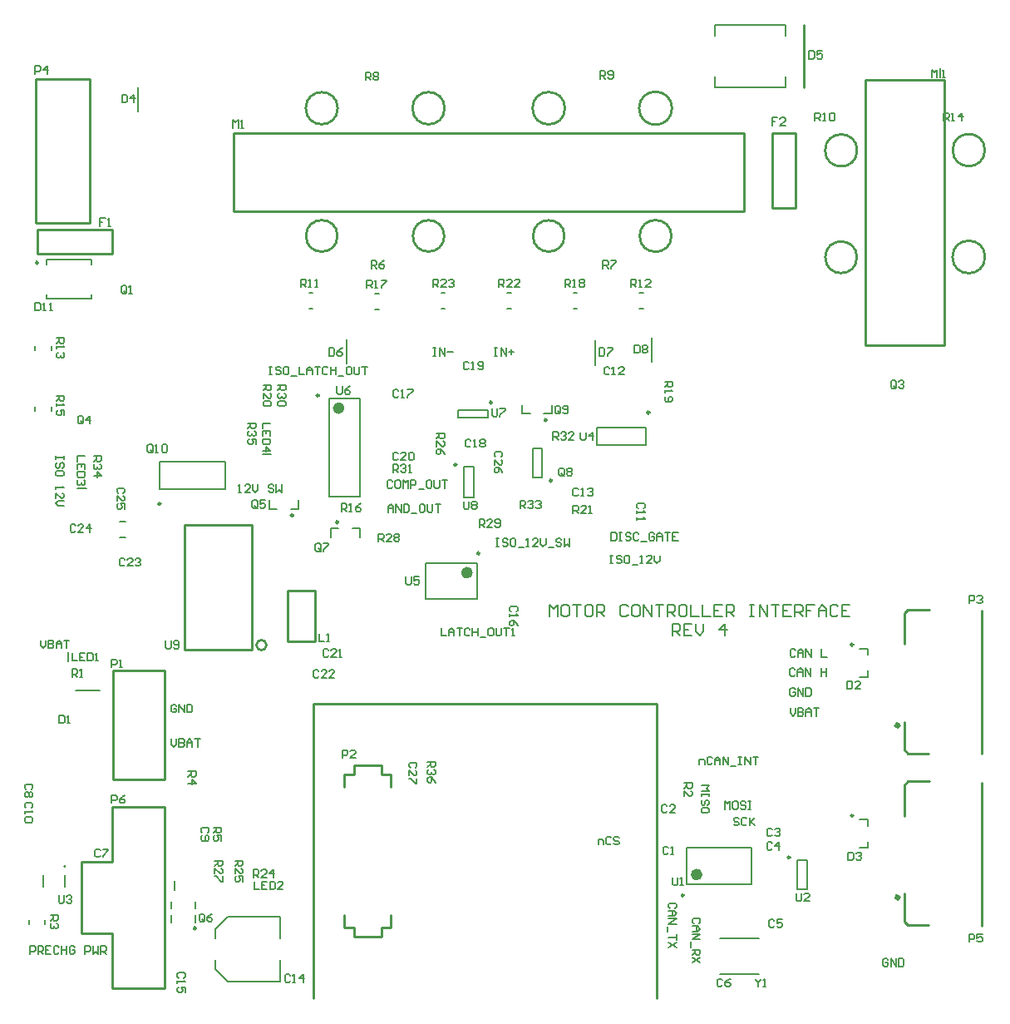
<source format=gto>
G04*
G04 #@! TF.GenerationSoftware,Altium Limited,Altium Designer,18.1.9 (240)*
G04*
G04 Layer_Color=65535*
%FSLAX25Y25*%
%MOIN*%
G70*
G01*
G75*
%ADD10C,0.00984*%
%ADD11C,0.01000*%
%ADD12C,0.02362*%
%ADD13C,0.01968*%
%ADD14C,0.00787*%
%ADD15C,0.00591*%
D10*
X7655Y294803D02*
G03*
X7655Y294803I-492J0D01*
G01*
X184778Y178327D02*
G03*
X184778Y178327I-492J0D01*
G01*
X211654Y231772D02*
G03*
X211654Y231772I-492J0D01*
G01*
X213681Y207480D02*
G03*
X213681Y207480I-492J0D01*
G01*
X334547Y141732D02*
G03*
X334547Y141732I-492J0D01*
G01*
X334547Y73228D02*
G03*
X334547Y73228I-492J0D01*
G01*
X266691Y41339D02*
G03*
X266691Y41339I-492J0D01*
G01*
X309252Y56496D02*
G03*
X309252Y56496I-492J0D01*
G01*
X252894Y234764D02*
G03*
X252894Y234764I-492J0D01*
G01*
X110039Y193543D02*
G03*
X110039Y193543I-492J0D01*
G01*
X128051Y190847D02*
G03*
X128051Y190847I-492J0D01*
G01*
X175492Y213898D02*
G03*
X175492Y213898I-492J0D01*
G01*
X120353Y241634D02*
G03*
X120353Y241634I-492J0D01*
G01*
X56813Y198228D02*
G03*
X56813Y198228I-492J0D01*
G01*
X189665Y238779D02*
G03*
X189665Y238779I-492J0D01*
G01*
X71002Y28087D02*
G03*
X71002Y28087I-492J0D01*
G01*
D11*
X387389Y297087D02*
G03*
X387389Y297087I-6517J0D01*
G01*
X387306Y339921D02*
G03*
X387306Y339921I-6434J0D01*
G01*
X336103Y339803D02*
G03*
X336103Y339803I-6412J0D01*
G01*
X336028Y296969D02*
G03*
X336028Y296969I-6337J0D01*
G01*
X170545Y305512D02*
G03*
X170545Y305512I-6287J0D01*
G01*
X127735D02*
G03*
X127735Y305512I-6312J0D01*
G01*
X127832Y356693D02*
G03*
X127832Y356693I-6409J0D01*
G01*
X170703D02*
G03*
X170703Y356693I-6446J0D01*
G01*
X218933D02*
G03*
X218933Y356693I-6486J0D01*
G01*
X261881D02*
G03*
X261881Y356693I-6600J0D01*
G01*
X218737Y305512D02*
G03*
X218737Y305512I-6290J0D01*
G01*
X261630D02*
G03*
X261630Y305512I-6348J0D01*
G01*
X99252Y141575D02*
G03*
X99252Y141575I-2008J0D01*
G01*
X18386Y52953D02*
G03*
X18386Y52953I-79J0D01*
G01*
X301943Y316732D02*
Y346732D01*
X311443D01*
X301943Y316732D02*
X311443D01*
Y346732D01*
X371029Y261653D02*
Y367953D01*
X339533Y261653D02*
X371029D01*
X339533D02*
Y367953D01*
X371029D01*
X314908Y365158D02*
Y389961D01*
X107756Y143150D02*
Y163425D01*
X118622D01*
Y143150D02*
Y163425D01*
X107756Y143150D02*
X118622D01*
X385945Y97933D02*
Y155413D01*
X356476Y155807D02*
X364941D01*
X355000Y142027D02*
Y154331D01*
X356476Y155807D01*
X355000Y99606D02*
Y110827D01*
X356476Y98130D02*
X364843D01*
X355000Y99606D02*
X356476Y98130D01*
X385945Y29035D02*
Y86516D01*
X356476Y86909D02*
X364941D01*
X355000Y73130D02*
Y85433D01*
X356476Y86909D01*
X355000Y30709D02*
Y41929D01*
X356476Y29232D02*
X364843D01*
X355000Y30709D02*
X356476Y29232D01*
X37638Y87821D02*
Y120280D01*
X58504Y87821D02*
Y131421D01*
X37638Y87821D02*
X58504D01*
X37638Y131421D02*
X58504D01*
X37638Y116342D02*
Y131421D01*
X7518Y298400D02*
X37518D01*
X7518D02*
Y307900D01*
X37518Y298400D02*
Y307900D01*
X7518D02*
X37518D01*
X6717Y368307D02*
X28567D01*
X6717Y310827D02*
X28567D01*
X6717Y325394D02*
Y353839D01*
X28567Y310827D02*
Y368307D01*
X6717Y310827D02*
Y325394D01*
Y353839D02*
Y368307D01*
X85990Y315354D02*
X290715D01*
Y346850D01*
X85990D02*
X290715D01*
X85990Y315354D02*
Y346850D01*
X66260Y139606D02*
X93307D01*
X66260D02*
Y189606D01*
X93307D01*
Y139606D02*
Y189606D01*
X37422Y76772D02*
X58504D01*
X37422Y3937D02*
X58504D01*
X25217Y26181D02*
X37422D01*
X25217Y54626D02*
X37422D01*
X25217Y26181D02*
Y54626D01*
X58504Y3937D02*
Y76772D01*
X37422Y3937D02*
Y26181D01*
Y54626D02*
Y76772D01*
X134252Y93307D02*
X145276D01*
Y89764D02*
X149213D01*
X134252D02*
Y93307D01*
X130315Y89764D02*
X134252D01*
X145276D02*
Y93307D01*
X134252Y24803D02*
Y28346D01*
X145276D02*
X149213D01*
X145276Y24803D02*
Y28346D01*
X130315D02*
X134252D01*
Y24803D02*
X145276D01*
X130315Y84646D02*
Y89764D01*
X149213Y84646D02*
Y89764D01*
X130315Y28346D02*
Y33465D01*
X149213Y28346D02*
Y33465D01*
X255906Y0D02*
Y118110D01*
X118110D02*
X255906D01*
X118110Y0D02*
Y118110D01*
D12*
X180841Y170571D02*
G03*
X180841Y170571I-1181J0D01*
G01*
X272892Y49606D02*
G03*
X272892Y49606I-1181J0D01*
G01*
X129408Y236535D02*
G03*
X129408Y236535I-1181J0D01*
G01*
D13*
X352638Y109350D02*
G03*
X352638Y109350I-394J0D01*
G01*
Y40453D02*
G03*
X352638Y40453I-394J0D01*
G01*
D14*
X29134Y280315D02*
Y282165D01*
X11024Y280315D02*
Y282165D01*
X29134Y294213D02*
Y296063D01*
X11024Y294213D02*
Y296063D01*
Y280315D02*
X29134D01*
X11024Y296063D02*
X29134D01*
X279081Y365158D02*
X307428D01*
X279081Y389961D02*
X307428D01*
Y365158D02*
Y369488D01*
X279081Y365158D02*
Y369488D01*
X307428Y385630D02*
Y389961D01*
X279081Y385630D02*
Y389961D01*
X163124Y160138D02*
Y174508D01*
X183597Y160138D02*
Y174508D01*
X163124Y160138D02*
X183597D01*
X163124Y174508D02*
X183597D01*
X213720Y234331D02*
Y237874D01*
X210571Y234331D02*
X213720D01*
X201909D02*
Y237874D01*
Y234331D02*
X205059D01*
X206043Y208661D02*
Y220472D01*
X209587Y208661D02*
Y220472D01*
X206043D02*
X209587D01*
X206043Y208661D02*
X209587D01*
X337008Y140157D02*
X340551D01*
Y137598D02*
Y140157D01*
X337008Y128740D02*
X340551D01*
Y131299D01*
X337008Y71654D02*
X340551D01*
Y69095D02*
Y71654D01*
X337008Y60236D02*
X340551D01*
Y62795D01*
X293758Y45669D02*
Y60236D01*
X267774Y45669D02*
Y60236D01*
X293758D01*
X267774Y45669D02*
X293758D01*
X312008Y43701D02*
X315945D01*
X312008Y55512D02*
X315945D01*
Y43701D02*
Y55512D01*
X312008Y43701D02*
Y55512D01*
X280990Y9654D02*
X296738D01*
X280990Y24221D02*
X296738D01*
X78876Y23917D02*
Y27707D01*
X83846Y32677D01*
X78876Y11663D02*
X83846Y6693D01*
X78876Y11663D02*
Y15453D01*
X83846Y32677D02*
X104860D01*
Y23917D02*
Y32677D01*
Y6693D02*
Y15453D01*
X83846Y6693D02*
X104860D01*
X22835Y123429D02*
X32535D01*
X6565Y235512D02*
Y237087D01*
X13061Y235512D02*
Y237087D01*
X6565Y259744D02*
Y261319D01*
X13061Y259744D02*
Y261319D01*
X47770Y355310D02*
Y365010D01*
X116339Y276279D02*
X117913D01*
X116339Y282776D02*
X117913D01*
X142832Y275984D02*
X144407D01*
X142832Y282480D02*
X144407D01*
X169325Y276279D02*
X170900D01*
X169325Y282776D02*
X170900D01*
X195818D02*
X197393D01*
X195818Y276279D02*
X197393D01*
X222312Y282776D02*
X223886D01*
X222312Y276279D02*
X223886D01*
X248805Y282776D02*
X250380D01*
X248805Y276279D02*
X250380D01*
X231213Y253883D02*
Y263583D01*
X253707Y255118D02*
Y264818D01*
X231713Y221772D02*
Y228858D01*
X251398Y221772D02*
Y228858D01*
X231713Y221772D02*
X251398D01*
X231713Y228858D02*
X251398D01*
X112106Y196102D02*
Y199646D01*
X108957Y196102D02*
X112106D01*
X100295D02*
Y199646D01*
Y196102D02*
X103445D01*
X125000Y184744D02*
Y188287D01*
X128150D01*
X136811Y184744D02*
Y188287D01*
X133661D02*
X136811D01*
X178445Y200709D02*
Y212913D01*
X182382Y200709D02*
Y212913D01*
X178445D02*
X182382D01*
X178445Y200709D02*
X182382D01*
X131568Y254386D02*
Y264086D01*
X124290Y201102D02*
Y240472D01*
X136888Y201102D02*
Y240472D01*
X124290D02*
X136888D01*
X124290Y201102D02*
X136888D01*
X82699Y204134D02*
Y215158D01*
X56321Y204134D02*
Y215158D01*
X82699D01*
X56321Y204134D02*
X82699D01*
X40374Y184843D02*
X42737D01*
X40374Y191142D02*
X42737D01*
X176181Y232677D02*
X187992D01*
X176181Y235827D02*
X187992D01*
X176181Y232677D02*
Y235827D01*
X187992Y232677D02*
Y235827D01*
X10572Y29698D02*
Y31272D01*
X4076Y29698D02*
Y31272D01*
X61144Y30512D02*
Y33268D01*
Y36024D02*
Y38780D01*
X70593Y36024D02*
Y38780D01*
Y30512D02*
Y33268D01*
X212775Y153002D02*
Y157725D01*
X214350Y156151D01*
X215924Y157725D01*
Y153002D01*
X219860Y157725D02*
X218285D01*
X217498Y156938D01*
Y153789D01*
X218285Y153002D01*
X219860D01*
X220647Y153789D01*
Y156938D01*
X219860Y157725D01*
X222221D02*
X225370D01*
X223796D01*
Y153002D01*
X229306Y157725D02*
X227731D01*
X226944Y156938D01*
Y153789D01*
X227731Y153002D01*
X229306D01*
X230093Y153789D01*
Y156938D01*
X229306Y157725D01*
X231667Y153002D02*
Y157725D01*
X234028D01*
X234816Y156938D01*
Y155364D01*
X234028Y154577D01*
X231667D01*
X233241D02*
X234816Y153002D01*
X244261Y156938D02*
X243474Y157725D01*
X241900D01*
X241113Y156938D01*
Y153789D01*
X241900Y153002D01*
X243474D01*
X244261Y153789D01*
X248197Y157725D02*
X246623D01*
X245836Y156938D01*
Y153789D01*
X246623Y153002D01*
X248197D01*
X248984Y153789D01*
Y156938D01*
X248197Y157725D01*
X250558Y153002D02*
Y157725D01*
X253707Y153002D01*
Y157725D01*
X255281D02*
X258430D01*
X256856D01*
Y153002D01*
X260004D02*
Y157725D01*
X262366D01*
X263153Y156938D01*
Y155364D01*
X262366Y154577D01*
X260004D01*
X261578D02*
X263153Y153002D01*
X267089Y157725D02*
X265514D01*
X264727Y156938D01*
Y153789D01*
X265514Y153002D01*
X267089D01*
X267876Y153789D01*
Y156938D01*
X267089Y157725D01*
X269450D02*
Y153002D01*
X272599D01*
X274173Y157725D02*
Y153002D01*
X277322D01*
X282044Y157725D02*
X278896D01*
Y153002D01*
X282044D01*
X278896Y155364D02*
X280470D01*
X283619Y153002D02*
Y157725D01*
X285980D01*
X286767Y156938D01*
Y155364D01*
X285980Y154577D01*
X283619D01*
X285193D02*
X286767Y153002D01*
X293064Y157725D02*
X294639D01*
X293852D01*
Y153002D01*
X293064D01*
X294639D01*
X297000D02*
Y157725D01*
X300149Y153002D01*
Y157725D01*
X301723D02*
X304872D01*
X303297D01*
Y153002D01*
X309594Y157725D02*
X306446D01*
Y153002D01*
X309594D01*
X306446Y155364D02*
X308020D01*
X311169Y153002D02*
Y157725D01*
X313530D01*
X314317Y156938D01*
Y155364D01*
X313530Y154577D01*
X311169D01*
X312743D02*
X314317Y153002D01*
X319040Y157725D02*
X315892D01*
Y155364D01*
X317466D01*
X315892D01*
Y153002D01*
X320615D02*
Y156151D01*
X322189Y157725D01*
X323763Y156151D01*
Y153002D01*
Y155364D01*
X320615D01*
X328486Y156938D02*
X327699Y157725D01*
X326125D01*
X325337Y156938D01*
Y153789D01*
X326125Y153002D01*
X327699D01*
X328486Y153789D01*
X333209Y157725D02*
X330060D01*
Y153002D01*
X333209D01*
X330060Y155364D02*
X331635D01*
X261972Y145445D02*
Y150168D01*
X264334D01*
X265121Y149381D01*
Y147807D01*
X264334Y147019D01*
X261972D01*
X263546D02*
X265121Y145445D01*
X269844Y150168D02*
X266695D01*
Y145445D01*
X269844D01*
X266695Y147807D02*
X268269D01*
X271418Y150168D02*
Y147019D01*
X272992Y145445D01*
X274567Y147019D01*
Y150168D01*
X283225Y145445D02*
Y150168D01*
X280864Y147807D01*
X284012D01*
D15*
X19705Y135011D02*
Y138595D01*
X97665Y217992D02*
X101249D01*
X23347Y204266D02*
X26931D01*
X9646Y44882D02*
Y49508D01*
X18406Y44882D02*
Y49508D01*
X62269Y43531D02*
Y47115D01*
X88002Y202756D02*
X89051D01*
X88526D01*
Y205905D01*
X88002Y205380D01*
X92725Y202756D02*
X90625D01*
X92725Y204855D01*
Y205380D01*
X92200Y205905D01*
X91150D01*
X90625Y205380D01*
X93774Y205905D02*
Y203805D01*
X94823Y202756D01*
X95873Y203805D01*
Y205905D01*
X102170Y205380D02*
X101646Y205905D01*
X100596D01*
X100071Y205380D01*
Y204855D01*
X100596Y204330D01*
X101646D01*
X102170Y203805D01*
Y203281D01*
X101646Y202756D01*
X100596D01*
X100071Y203281D01*
X103220Y205905D02*
Y202756D01*
X104269Y203805D01*
X105319Y202756D01*
Y205905D01*
X17988Y217232D02*
Y216183D01*
Y216707D01*
X14839D01*
Y217232D01*
Y216183D01*
X17463Y212509D02*
X17988Y213034D01*
Y214084D01*
X17463Y214609D01*
X16938D01*
X16413Y214084D01*
Y213034D01*
X15889Y212509D01*
X15364D01*
X14839Y213034D01*
Y214084D01*
X15364Y214609D01*
X17988Y209886D02*
Y210935D01*
X17463Y211460D01*
X15364D01*
X14839Y210935D01*
Y209886D01*
X15364Y209361D01*
X17463D01*
X17988Y209886D01*
X14839Y205163D02*
Y204113D01*
Y204638D01*
X17988D01*
X17463Y205163D01*
X14839Y200440D02*
Y202539D01*
X16938Y200440D01*
X17463D01*
X17988Y200965D01*
Y202014D01*
X17463Y202539D01*
X17988Y199390D02*
X15889D01*
X14839Y198341D01*
X15889Y197291D01*
X17988D01*
X311361Y139435D02*
X310836Y139960D01*
X309786D01*
X309262Y139435D01*
Y137336D01*
X309786Y136811D01*
X310836D01*
X311361Y137336D01*
X312410Y136811D02*
Y138910D01*
X313460Y139960D01*
X314509Y138910D01*
Y136811D01*
Y138385D01*
X312410D01*
X315559Y136811D02*
Y139960D01*
X317658Y136811D01*
Y139960D01*
X321856D02*
Y136811D01*
X323955D01*
X311164Y131758D02*
X310639Y132282D01*
X309590D01*
X309065Y131758D01*
Y129659D01*
X309590Y129134D01*
X310639D01*
X311164Y129659D01*
X312213Y129134D02*
Y131233D01*
X313263Y132282D01*
X314312Y131233D01*
Y129134D01*
Y130708D01*
X312213D01*
X315362Y129134D02*
Y132282D01*
X317461Y129134D01*
Y132282D01*
X321659D02*
Y129134D01*
Y130708D01*
X323758D01*
Y132282D01*
Y129134D01*
X311312Y123736D02*
X310787Y124261D01*
X309737D01*
X309212Y123736D01*
Y121637D01*
X309737Y121112D01*
X310787D01*
X311312Y121637D01*
Y122687D01*
X310262D01*
X312361Y121112D02*
Y124261D01*
X314460Y121112D01*
Y124261D01*
X315510D02*
Y121112D01*
X317084D01*
X317609Y121637D01*
Y123736D01*
X317084Y124261D01*
X315510D01*
X309262Y116338D02*
Y114239D01*
X310311Y113189D01*
X311361Y114239D01*
Y116338D01*
X312410D02*
Y113189D01*
X313984D01*
X314509Y113714D01*
Y114239D01*
X313984Y114763D01*
X312410D01*
X313984D01*
X314509Y115288D01*
Y115813D01*
X313984Y116338D01*
X312410D01*
X315559Y113189D02*
Y115288D01*
X316608Y116338D01*
X317658Y115288D01*
Y113189D01*
Y114763D01*
X315559D01*
X318707Y116338D02*
X320807D01*
X319757D01*
Y113189D01*
X4513Y17785D02*
Y20933D01*
X6087D01*
X6612Y20409D01*
Y19359D01*
X6087Y18835D01*
X4513D01*
X7661Y17785D02*
Y20933D01*
X9236D01*
X9760Y20409D01*
Y19359D01*
X9236Y18835D01*
X7661D01*
X8711D02*
X9760Y17785D01*
X12909Y20933D02*
X10810D01*
Y17785D01*
X12909D01*
X10810Y19359D02*
X11859D01*
X16058Y20409D02*
X15533Y20933D01*
X14483D01*
X13959Y20409D01*
Y18310D01*
X14483Y17785D01*
X15533D01*
X16058Y18310D01*
X17107Y20933D02*
Y17785D01*
Y19359D01*
X19206D01*
Y20933D01*
Y17785D01*
X22355Y20409D02*
X21830Y20933D01*
X20780D01*
X20256Y20409D01*
Y18310D01*
X20780Y17785D01*
X21830D01*
X22355Y18310D01*
Y19359D01*
X21305D01*
X26553Y17785D02*
Y20933D01*
X28127D01*
X28652Y20409D01*
Y19359D01*
X28127Y18835D01*
X26553D01*
X29701Y20933D02*
Y17785D01*
X30751Y18835D01*
X31800Y17785D01*
Y20933D01*
X32850Y17785D02*
Y20933D01*
X34424D01*
X34949Y20409D01*
Y19359D01*
X34424Y18835D01*
X32850D01*
X33900D02*
X34949Y17785D01*
X8622Y143499D02*
Y141400D01*
X9671Y140350D01*
X10721Y141400D01*
Y143499D01*
X11770D02*
Y140350D01*
X13345D01*
X13870Y140875D01*
Y141400D01*
X13345Y141925D01*
X11770D01*
X13345D01*
X13870Y142449D01*
Y142974D01*
X13345Y143499D01*
X11770D01*
X14919Y140350D02*
Y142449D01*
X15969Y143499D01*
X17018Y142449D01*
Y140350D01*
Y141925D01*
X14919D01*
X18068Y143499D02*
X20167D01*
X19117D01*
Y140350D01*
X63201Y117191D02*
X62677Y117716D01*
X61627D01*
X61102Y117191D01*
Y115092D01*
X61627Y114567D01*
X62677D01*
X63201Y115092D01*
Y116141D01*
X62152D01*
X64251Y114567D02*
Y117716D01*
X66350Y114567D01*
Y117716D01*
X67400D02*
Y114567D01*
X68974D01*
X69499Y115092D01*
Y117191D01*
X68974Y117716D01*
X67400D01*
X61102Y103936D02*
Y101837D01*
X62152Y100787D01*
X63201Y101837D01*
Y103936D01*
X64251D02*
Y100787D01*
X65825D01*
X66350Y101312D01*
Y101837D01*
X65825Y102362D01*
X64251D01*
X65825D01*
X66350Y102886D01*
Y103411D01*
X65825Y103936D01*
X64251D01*
X67400Y100787D02*
Y102886D01*
X68449Y103936D01*
X69499Y102886D01*
Y100787D01*
Y102362D01*
X67400D01*
X70548Y103936D02*
X72647D01*
X71598D01*
Y100787D01*
X304131Y352923D02*
X302032D01*
Y351349D01*
X303082D01*
X302032D01*
Y349775D01*
X307280D02*
X305181D01*
X307280Y351874D01*
Y352399D01*
X306755Y352923D01*
X305706D01*
X305181Y352399D01*
X6565Y278739D02*
Y275591D01*
X8139D01*
X8664Y276115D01*
Y278215D01*
X8139Y278739D01*
X6565D01*
X9713Y275591D02*
X10763D01*
X10238D01*
Y278739D01*
X9713Y278215D01*
X12337Y275591D02*
X13387D01*
X12862D01*
Y278739D01*
X12337Y278215D01*
X43202Y283005D02*
Y285104D01*
X42677Y285629D01*
X41627D01*
X41103Y285104D01*
Y283005D01*
X41627Y282480D01*
X42677D01*
X42152Y283530D02*
X43202Y282480D01*
X42677D02*
X43202Y283005D01*
X44251Y282480D02*
X45301D01*
X44776D01*
Y285629D01*
X44251Y285104D01*
X272703Y29987D02*
X273227Y30512D01*
Y31562D01*
X272703Y32087D01*
X270603D01*
X270079Y31562D01*
Y30512D01*
X270603Y29987D01*
X270079Y28938D02*
X272178D01*
X273227Y27888D01*
X272178Y26839D01*
X270079D01*
X271653D01*
Y28938D01*
X270079Y25789D02*
X273227D01*
X270079Y23690D01*
X273227D01*
X269554Y22641D02*
Y20542D01*
X270079Y19492D02*
X273227D01*
Y17918D01*
X272703Y17393D01*
X271653D01*
X271128Y17918D01*
Y19492D01*
Y18443D02*
X270079Y17393D01*
X273227Y16344D02*
X270079Y14245D01*
X273227D02*
X270079Y16344D01*
X263165Y36090D02*
X263690Y36615D01*
Y37664D01*
X263165Y38189D01*
X261066D01*
X260541Y37664D01*
Y36615D01*
X261066Y36090D01*
X260541Y35040D02*
X262640D01*
X263690Y33991D01*
X262640Y32941D01*
X260541D01*
X262116D01*
Y35040D01*
X260541Y31892D02*
X263690D01*
X260541Y29793D01*
X263690D01*
X260016Y28743D02*
Y26644D01*
X263690Y25595D02*
Y23496D01*
Y24545D01*
X260541D01*
X263690Y22446D02*
X260541Y20347D01*
X263690D02*
X260541Y22446D01*
X272835Y93701D02*
Y95800D01*
X274409D01*
X274934Y95275D01*
Y93701D01*
X278082Y96325D02*
X277557Y96849D01*
X276508D01*
X275983Y96325D01*
Y94226D01*
X276508Y93701D01*
X277557D01*
X278082Y94226D01*
X279132Y93701D02*
Y95800D01*
X280181Y96849D01*
X281231Y95800D01*
Y93701D01*
Y95275D01*
X279132D01*
X282280Y93701D02*
Y96849D01*
X284380Y93701D01*
Y96849D01*
X285429Y93176D02*
X287528D01*
X288578Y96849D02*
X289627D01*
X289102D01*
Y93701D01*
X288578D01*
X289627D01*
X291201D02*
Y96849D01*
X293301Y93701D01*
Y96849D01*
X294350D02*
X296449D01*
X295399D01*
Y93701D01*
X232283Y61614D02*
Y63713D01*
X233858D01*
X234383Y63188D01*
Y61614D01*
X237531Y64238D02*
X237006Y64763D01*
X235957D01*
X235432Y64238D01*
Y62139D01*
X235957Y61614D01*
X237006D01*
X237531Y62139D01*
X240680Y64238D02*
X240155Y64763D01*
X239105D01*
X238581Y64238D01*
Y63713D01*
X239105Y63188D01*
X240155D01*
X240680Y62664D01*
Y62139D01*
X240155Y61614D01*
X239105D01*
X238581Y62139D01*
X273622Y85268D02*
X276771D01*
X275721Y84218D01*
X276771Y83169D01*
X273622D01*
X276771Y82119D02*
Y81070D01*
Y81595D01*
X273622D01*
Y82119D01*
Y81070D01*
X276246Y77396D02*
X276771Y77921D01*
Y78971D01*
X276246Y79495D01*
X275721D01*
X275196Y78971D01*
Y77921D01*
X274672Y77396D01*
X274147D01*
X273622Y77921D01*
Y78971D01*
X274147Y79495D01*
X276771Y74773D02*
Y75822D01*
X276246Y76347D01*
X274147D01*
X273622Y75822D01*
Y74773D01*
X274147Y74248D01*
X276246D01*
X276771Y74773D01*
X283071Y75878D02*
Y79026D01*
X284120Y77977D01*
X285170Y79026D01*
Y75878D01*
X287794Y79026D02*
X286744D01*
X286220Y78501D01*
Y76402D01*
X286744Y75878D01*
X287794D01*
X288318Y76402D01*
Y78501D01*
X287794Y79026D01*
X291467Y78501D02*
X290942Y79026D01*
X289893D01*
X289368Y78501D01*
Y77977D01*
X289893Y77452D01*
X290942D01*
X291467Y76927D01*
Y76402D01*
X290942Y75878D01*
X289893D01*
X289368Y76402D01*
X292517Y79026D02*
X293566D01*
X293041D01*
Y75878D01*
X292517D01*
X293566D01*
X288734Y71920D02*
X288210Y72445D01*
X287160D01*
X286635Y71920D01*
Y71395D01*
X287160Y70870D01*
X288210D01*
X288734Y70345D01*
Y69821D01*
X288210Y69296D01*
X287160D01*
X286635Y69821D01*
X291883Y71920D02*
X291358Y72445D01*
X290308D01*
X289784Y71920D01*
Y69821D01*
X290308Y69296D01*
X291358D01*
X291883Y69821D01*
X292932Y72445D02*
Y69296D01*
Y70345D01*
X295031Y72445D01*
X293457Y70870D01*
X295031Y69296D01*
X348557Y15402D02*
X348032Y15926D01*
X346983D01*
X346458Y15402D01*
Y13303D01*
X346983Y12778D01*
X348032D01*
X348557Y13303D01*
Y14352D01*
X347507D01*
X349606Y12778D02*
Y15926D01*
X351705Y12778D01*
Y15926D01*
X352755D02*
Y12778D01*
X354329D01*
X354854Y13303D01*
Y15402D01*
X354329Y15926D01*
X352755D01*
X169299Y148410D02*
Y145262D01*
X171398D01*
X172448D02*
Y147361D01*
X173497Y148410D01*
X174547Y147361D01*
Y145262D01*
Y146836D01*
X172448D01*
X175596Y148410D02*
X177696D01*
X176646D01*
Y145262D01*
X180844Y147886D02*
X180319Y148410D01*
X179270D01*
X178745Y147886D01*
Y145787D01*
X179270Y145262D01*
X180319D01*
X180844Y145787D01*
X181894Y148410D02*
Y145262D01*
Y146836D01*
X183993D01*
Y148410D01*
Y145262D01*
X185042Y144737D02*
X187141D01*
X189765Y148410D02*
X188716D01*
X188191Y147886D01*
Y145787D01*
X188716Y145262D01*
X189765D01*
X190290Y145787D01*
Y147886D01*
X189765Y148410D01*
X191339D02*
Y145787D01*
X191864Y145262D01*
X192914D01*
X193438Y145787D01*
Y148410D01*
X194488D02*
X196587D01*
X195537D01*
Y145262D01*
X197637D02*
X198686D01*
X198161D01*
Y148410D01*
X197637Y147886D01*
X100295Y253149D02*
X101345D01*
X100820D01*
Y250000D01*
X100295D01*
X101345D01*
X105018Y252624D02*
X104493Y253149D01*
X103444D01*
X102919Y252624D01*
Y252099D01*
X103444Y251574D01*
X104493D01*
X105018Y251049D01*
Y250525D01*
X104493Y250000D01*
X103444D01*
X102919Y250525D01*
X107642Y253149D02*
X106593D01*
X106068Y252624D01*
Y250525D01*
X106593Y250000D01*
X107642D01*
X108167Y250525D01*
Y252624D01*
X107642Y253149D01*
X109216Y249475D02*
X111315D01*
X112365Y253149D02*
Y250000D01*
X114464D01*
X115514D02*
Y252099D01*
X116563Y253149D01*
X117613Y252099D01*
Y250000D01*
Y251574D01*
X115514D01*
X118662Y253149D02*
X120761D01*
X119712D01*
Y250000D01*
X123910Y252624D02*
X123385Y253149D01*
X122335D01*
X121811Y252624D01*
Y250525D01*
X122335Y250000D01*
X123385D01*
X123910Y250525D01*
X124959Y253149D02*
Y250000D01*
Y251574D01*
X127058D01*
Y253149D01*
Y250000D01*
X128108Y249475D02*
X130207D01*
X132831Y253149D02*
X131781D01*
X131256Y252624D01*
Y250525D01*
X131781Y250000D01*
X132831D01*
X133355Y250525D01*
Y252624D01*
X132831Y253149D01*
X134405D02*
Y250525D01*
X134930Y250000D01*
X135979D01*
X136504Y250525D01*
Y253149D01*
X137554D02*
X139653D01*
X138603D01*
Y250000D01*
X191339Y184251D02*
X192388D01*
X191863D01*
Y181102D01*
X191339D01*
X192388D01*
X196062Y183726D02*
X195537Y184251D01*
X194487D01*
X193962Y183726D01*
Y183201D01*
X194487Y182677D01*
X195537D01*
X196062Y182152D01*
Y181627D01*
X195537Y181102D01*
X194487D01*
X193962Y181627D01*
X198685Y184251D02*
X197636D01*
X197111Y183726D01*
Y181627D01*
X197636Y181102D01*
X198685D01*
X199210Y181627D01*
Y183726D01*
X198685Y184251D01*
X200260Y180578D02*
X202359D01*
X203408Y181102D02*
X204458D01*
X203933D01*
Y184251D01*
X203408Y183726D01*
X208131Y181102D02*
X206032D01*
X208131Y183201D01*
Y183726D01*
X207606Y184251D01*
X206557D01*
X206032Y183726D01*
X209181Y184251D02*
Y182152D01*
X210230Y181102D01*
X211280Y182152D01*
Y184251D01*
X212329Y180578D02*
X214428D01*
X217577Y183726D02*
X217052Y184251D01*
X216003D01*
X215478Y183726D01*
Y183201D01*
X216003Y182677D01*
X217052D01*
X217577Y182152D01*
Y181627D01*
X217052Y181102D01*
X216003D01*
X215478Y181627D01*
X218626Y184251D02*
Y181102D01*
X219676Y182152D01*
X220725Y181102D01*
Y184251D01*
X237008Y177508D02*
X238057D01*
X237533D01*
Y174359D01*
X237008D01*
X238057D01*
X241731Y176983D02*
X241206Y177508D01*
X240157D01*
X239632Y176983D01*
Y176458D01*
X240157Y175934D01*
X241206D01*
X241731Y175409D01*
Y174884D01*
X241206Y174359D01*
X240157D01*
X239632Y174884D01*
X244355Y177508D02*
X243305D01*
X242780Y176983D01*
Y174884D01*
X243305Y174359D01*
X244355D01*
X244879Y174884D01*
Y176983D01*
X244355Y177508D01*
X245929Y173835D02*
X248028D01*
X249078Y174359D02*
X250127D01*
X249602D01*
Y177508D01*
X249078Y176983D01*
X253800Y174359D02*
X251701D01*
X253800Y176458D01*
Y176983D01*
X253276Y177508D01*
X252226D01*
X251701Y176983D01*
X254850Y177508D02*
Y175409D01*
X255899Y174359D01*
X256949Y175409D01*
Y177508D01*
X166111Y260629D02*
X167161D01*
X166636D01*
Y257480D01*
X166111D01*
X167161D01*
X168735D02*
Y260629D01*
X170834Y257480D01*
Y260629D01*
X171884Y259055D02*
X173983D01*
X190700Y260629D02*
X191750D01*
X191225D01*
Y257480D01*
X190700D01*
X191750D01*
X193324D02*
Y260629D01*
X195423Y257480D01*
Y260629D01*
X196473Y259055D02*
X198572D01*
X197522Y260104D02*
Y258005D01*
X237500Y186613D02*
Y183465D01*
X239074D01*
X239599Y183990D01*
Y186089D01*
X239074Y186613D01*
X237500D01*
X240649D02*
X241698D01*
X241173D01*
Y183465D01*
X240649D01*
X241698D01*
X245372Y186089D02*
X244847Y186613D01*
X243797D01*
X243272Y186089D01*
Y185564D01*
X243797Y185039D01*
X244847D01*
X245372Y184514D01*
Y183990D01*
X244847Y183465D01*
X243797D01*
X243272Y183990D01*
X248520Y186089D02*
X247995Y186613D01*
X246946D01*
X246421Y186089D01*
Y183990D01*
X246946Y183465D01*
X247995D01*
X248520Y183990D01*
X249570Y182940D02*
X251669D01*
X254817Y186089D02*
X254292Y186613D01*
X253243D01*
X252718Y186089D01*
Y183990D01*
X253243Y183465D01*
X254292D01*
X254817Y183990D01*
Y185039D01*
X253768D01*
X255867Y183465D02*
Y185564D01*
X256916Y186613D01*
X257966Y185564D01*
Y183465D01*
Y185039D01*
X255867D01*
X259015Y186613D02*
X261114D01*
X260065D01*
Y183465D01*
X264263Y186613D02*
X262164D01*
Y183465D01*
X264263D01*
X262164Y185039D02*
X263213D01*
X149789Y207151D02*
X149264Y207676D01*
X148214D01*
X147690Y207151D01*
Y205052D01*
X148214Y204528D01*
X149264D01*
X149789Y205052D01*
X152413Y207676D02*
X151363D01*
X150838Y207151D01*
Y205052D01*
X151363Y204528D01*
X152413D01*
X152937Y205052D01*
Y207151D01*
X152413Y207676D01*
X153987Y204528D02*
Y207676D01*
X155036Y206627D01*
X156086Y207676D01*
Y204528D01*
X157135D02*
Y207676D01*
X158710D01*
X159234Y207151D01*
Y206102D01*
X158710Y205577D01*
X157135D01*
X160284Y204003D02*
X162383D01*
X165007Y207676D02*
X163957D01*
X163433Y207151D01*
Y205052D01*
X163957Y204528D01*
X165007D01*
X165532Y205052D01*
Y207151D01*
X165007Y207676D01*
X166581D02*
Y205052D01*
X167106Y204528D01*
X168156D01*
X168680Y205052D01*
Y207676D01*
X169730D02*
X171829D01*
X170779D01*
Y204528D01*
X148031Y194882D02*
Y196981D01*
X149081Y198030D01*
X150131Y196981D01*
Y194882D01*
Y196456D01*
X148031D01*
X151180Y194882D02*
Y198030D01*
X153279Y194882D01*
Y198030D01*
X154329D02*
Y194882D01*
X155903D01*
X156428Y195407D01*
Y197506D01*
X155903Y198030D01*
X154329D01*
X157477Y194357D02*
X159576D01*
X162200Y198030D02*
X161151D01*
X160626Y197506D01*
Y195407D01*
X161151Y194882D01*
X162200D01*
X162725Y195407D01*
Y197506D01*
X162200Y198030D01*
X163775D02*
Y195407D01*
X164299Y194882D01*
X165349D01*
X165874Y195407D01*
Y198030D01*
X166923D02*
X169022D01*
X167973D01*
Y194882D01*
X332569Y58533D02*
Y55384D01*
X334143D01*
X334668Y55909D01*
Y58008D01*
X334143Y58533D01*
X332569D01*
X335717Y58008D02*
X336242Y58533D01*
X337292D01*
X337816Y58008D01*
Y57483D01*
X337292Y56958D01*
X336767D01*
X337292D01*
X337816Y56433D01*
Y55909D01*
X337292Y55384D01*
X336242D01*
X335717Y55909D01*
X163893Y94882D02*
X167042D01*
Y93308D01*
X166517Y92783D01*
X165468D01*
X164943Y93308D01*
Y94882D01*
Y93832D02*
X163893Y92783D01*
X166517Y91733D02*
X167042Y91208D01*
Y90159D01*
X166517Y89634D01*
X165992D01*
X165468Y90159D01*
Y90684D01*
Y90159D01*
X164943Y89634D01*
X164418D01*
X163893Y90159D01*
Y91208D01*
X164418Y91733D01*
X167042Y86486D02*
X166517Y87535D01*
X165468Y88585D01*
X164418D01*
X163893Y88060D01*
Y87010D01*
X164418Y86486D01*
X164943D01*
X165468Y87010D01*
Y88585D01*
X159038Y92389D02*
X159563Y92914D01*
Y93963D01*
X159038Y94488D01*
X156939D01*
X156415Y93963D01*
Y92914D01*
X156939Y92389D01*
X156415Y89240D02*
Y91340D01*
X158514Y89240D01*
X159038D01*
X159563Y89765D01*
Y90815D01*
X159038Y91340D01*
X159563Y88191D02*
Y86092D01*
X159038D01*
X156939Y88191D01*
X156415D01*
X295276Y7873D02*
Y7348D01*
X296325Y6299D01*
X297375Y7348D01*
Y7873D01*
X296325Y6299D02*
Y4724D01*
X298424D02*
X299474D01*
X298949D01*
Y7873D01*
X298424Y7348D01*
X58890Y143306D02*
Y140682D01*
X59414Y140157D01*
X60464D01*
X60989Y140682D01*
Y143306D01*
X62038Y140682D02*
X62563Y140157D01*
X63613D01*
X64137Y140682D01*
Y142781D01*
X63613Y143306D01*
X62563D01*
X62038Y142781D01*
Y142256D01*
X62563Y141732D01*
X64137D01*
X178347Y199212D02*
Y196588D01*
X178871Y196063D01*
X179921D01*
X180446Y196588D01*
Y199212D01*
X181495Y198687D02*
X182020Y199212D01*
X183069D01*
X183594Y198687D01*
Y198162D01*
X183069Y197637D01*
X183594Y197113D01*
Y196588D01*
X183069Y196063D01*
X182020D01*
X181495Y196588D01*
Y197113D01*
X182020Y197637D01*
X181495Y198162D01*
Y198687D01*
X182020Y197637D02*
X183069D01*
X189764Y236338D02*
Y233714D01*
X190289Y233189D01*
X191338D01*
X191863Y233714D01*
Y236338D01*
X192912D02*
X195011D01*
Y235813D01*
X192912Y233714D01*
Y233189D01*
X127553Y245275D02*
Y242651D01*
X128078Y242126D01*
X129127D01*
X129652Y242651D01*
Y245275D01*
X132800D02*
X131751Y244750D01*
X130701Y243700D01*
Y242651D01*
X131226Y242126D01*
X132276D01*
X132800Y242651D01*
Y243176D01*
X132276Y243700D01*
X130701D01*
X155221Y168897D02*
Y166273D01*
X155746Y165748D01*
X156795D01*
X157320Y166273D01*
Y168897D01*
X160469D02*
X158370D01*
Y167322D01*
X159419Y167847D01*
X159944D01*
X160469Y167322D01*
Y166273D01*
X159944Y165748D01*
X158894D01*
X158370Y166273D01*
X225197Y226849D02*
Y224225D01*
X225722Y223701D01*
X226771D01*
X227296Y224225D01*
Y226849D01*
X229920Y223701D02*
Y226849D01*
X228345Y225275D01*
X230445D01*
X15945Y41298D02*
Y38674D01*
X16470Y38149D01*
X17519D01*
X18044Y38674D01*
Y41298D01*
X19094Y40773D02*
X19618Y41298D01*
X20668D01*
X21192Y40773D01*
Y40248D01*
X20668Y39724D01*
X20143D01*
X20668D01*
X21192Y39199D01*
Y38674D01*
X20668Y38149D01*
X19618D01*
X19094Y38674D01*
X311720Y42125D02*
Y39501D01*
X312245Y38976D01*
X313294D01*
X313819Y39501D01*
Y42125D01*
X316968Y38976D02*
X314869D01*
X316968Y41075D01*
Y41600D01*
X316443Y42125D01*
X315393D01*
X314869Y41600D01*
X262070Y48424D02*
Y45800D01*
X262594Y45276D01*
X263644D01*
X264169Y45800D01*
Y48424D01*
X265218Y45276D02*
X266268D01*
X265743D01*
Y48424D01*
X265218Y47899D01*
X91831Y230500D02*
X94979D01*
Y228925D01*
X94454Y228401D01*
X93405D01*
X92880Y228925D01*
Y230500D01*
Y229450D02*
X91831Y228401D01*
X94454Y227351D02*
X94979Y226826D01*
Y225777D01*
X94454Y225252D01*
X93930D01*
X93405Y225777D01*
Y226302D01*
Y225777D01*
X92880Y225252D01*
X92356D01*
X91831Y225777D01*
Y226826D01*
X92356Y227351D01*
X94979Y222103D02*
Y224202D01*
X93405D01*
X93930Y223153D01*
Y222628D01*
X93405Y222103D01*
X92356D01*
X91831Y222628D01*
Y223678D01*
X92356Y224202D01*
X29921Y217232D02*
X33070D01*
Y215658D01*
X32545Y215133D01*
X31496D01*
X30971Y215658D01*
Y217232D01*
Y216183D02*
X29921Y215133D01*
X32545Y214084D02*
X33070Y213559D01*
Y212509D01*
X32545Y211985D01*
X32020D01*
X31496Y212509D01*
Y213034D01*
Y212509D01*
X30971Y211985D01*
X30446D01*
X29921Y212509D01*
Y213559D01*
X30446Y214084D01*
X29921Y209361D02*
X33070D01*
X31496Y210935D01*
Y208836D01*
X200925Y196329D02*
Y199477D01*
X202500D01*
X203024Y198953D01*
Y197903D01*
X202500Y197378D01*
X200925D01*
X201975D02*
X203024Y196329D01*
X204074Y198953D02*
X204599Y199477D01*
X205648D01*
X206173Y198953D01*
Y198428D01*
X205648Y197903D01*
X205123D01*
X205648D01*
X206173Y197378D01*
Y196854D01*
X205648Y196329D01*
X204599D01*
X204074Y196854D01*
X207222Y198953D02*
X207747Y199477D01*
X208797D01*
X209321Y198953D01*
Y198428D01*
X208797Y197903D01*
X208272D01*
X208797D01*
X209321Y197378D01*
Y196854D01*
X208797Y196329D01*
X207747D01*
X207222Y196854D01*
X214169Y223878D02*
Y227027D01*
X215743D01*
X216268Y226502D01*
Y225452D01*
X215743Y224927D01*
X214169D01*
X215218D02*
X216268Y223878D01*
X217318Y226502D02*
X217842Y227027D01*
X218892D01*
X219417Y226502D01*
Y225977D01*
X218892Y225452D01*
X218367D01*
X218892D01*
X219417Y224927D01*
Y224403D01*
X218892Y223878D01*
X217842D01*
X217318Y224403D01*
X222565Y223878D02*
X220466D01*
X222565Y225977D01*
Y226502D01*
X222041Y227027D01*
X220991D01*
X220466Y226502D01*
X150000Y210773D02*
Y213921D01*
X151574D01*
X152099Y213397D01*
Y212347D01*
X151574Y211822D01*
X150000D01*
X151049D02*
X152099Y210773D01*
X153149Y213397D02*
X153673Y213921D01*
X154723D01*
X155248Y213397D01*
Y212872D01*
X154723Y212347D01*
X154198D01*
X154723D01*
X155248Y211822D01*
Y211297D01*
X154723Y210773D01*
X153673D01*
X153149Y211297D01*
X156297Y210773D02*
X157347D01*
X156822D01*
Y213921D01*
X156297Y213397D01*
X103853Y245669D02*
X107002D01*
Y244095D01*
X106477Y243570D01*
X105428D01*
X104903Y244095D01*
Y245669D01*
Y244620D02*
X103853Y243570D01*
X106477Y242521D02*
X107002Y241996D01*
Y240946D01*
X106477Y240422D01*
X105952D01*
X105428Y240946D01*
Y241471D01*
Y240946D01*
X104903Y240422D01*
X104378D01*
X103853Y240946D01*
Y241996D01*
X104378Y242521D01*
X106477Y239372D02*
X107002Y238847D01*
Y237798D01*
X106477Y237273D01*
X104378D01*
X103853Y237798D01*
Y238847D01*
X104378Y239372D01*
X106477D01*
X184607Y188839D02*
Y191988D01*
X186181D01*
X186706Y191463D01*
Y190413D01*
X186181Y189889D01*
X184607D01*
X185656D02*
X186706Y188839D01*
X189854D02*
X187755D01*
X189854Y190938D01*
Y191463D01*
X189330Y191988D01*
X188280D01*
X187755Y191463D01*
X190904Y189364D02*
X191429Y188839D01*
X192478D01*
X193003Y189364D01*
Y191463D01*
X192478Y191988D01*
X191429D01*
X190904Y191463D01*
Y190938D01*
X191429Y190413D01*
X193003D01*
X144167Y183071D02*
Y186220D01*
X145741D01*
X146266Y185695D01*
Y184645D01*
X145741Y184120D01*
X144167D01*
X145216D02*
X146266Y183071D01*
X149414D02*
X147315D01*
X149414Y185170D01*
Y185695D01*
X148889Y186220D01*
X147840D01*
X147315Y185695D01*
X150464D02*
X150988Y186220D01*
X152038D01*
X152563Y185695D01*
Y185170D01*
X152038Y184645D01*
X152563Y184120D01*
Y183596D01*
X152038Y183071D01*
X150988D01*
X150464Y183596D01*
Y184120D01*
X150988Y184645D01*
X150464Y185170D01*
Y185695D01*
X150988Y184645D02*
X152038D01*
X78565Y55212D02*
X81714D01*
Y53637D01*
X81189Y53113D01*
X80139D01*
X79615Y53637D01*
Y55212D01*
Y54162D02*
X78565Y53113D01*
Y49964D02*
Y52063D01*
X80664Y49964D01*
X81189D01*
X81714Y50489D01*
Y51538D01*
X81189Y52063D01*
X81714Y48915D02*
Y46815D01*
X81189D01*
X79090Y48915D01*
X78565D01*
X167490Y226387D02*
X170638D01*
Y224813D01*
X170114Y224288D01*
X169064D01*
X168539Y224813D01*
Y226387D01*
Y225338D02*
X167490Y224288D01*
Y221140D02*
Y223239D01*
X169589Y221140D01*
X170114D01*
X170638Y221665D01*
Y222714D01*
X170114Y223239D01*
X170638Y217991D02*
X170114Y219041D01*
X169064Y220090D01*
X168015D01*
X167490Y219566D01*
Y218516D01*
X168015Y217991D01*
X168539D01*
X169064Y218516D01*
Y220090D01*
X86614Y55212D02*
X89763D01*
Y53637D01*
X89238Y53113D01*
X88188D01*
X87664Y53637D01*
Y55212D01*
Y54162D02*
X86614Y53113D01*
Y49964D02*
Y52063D01*
X88713Y49964D01*
X89238D01*
X89763Y50489D01*
Y51538D01*
X89238Y52063D01*
X89763Y46815D02*
Y48915D01*
X88188D01*
X88713Y47865D01*
Y47340D01*
X88188Y46815D01*
X87139D01*
X86614Y47340D01*
Y48390D01*
X87139Y48915D01*
X94095Y48425D02*
Y51574D01*
X95669D01*
X96193Y51049D01*
Y49999D01*
X95669Y49475D01*
X94095D01*
X95144D02*
X96193Y48425D01*
X99342D02*
X97243D01*
X99342Y50524D01*
Y51049D01*
X98817Y51574D01*
X97768D01*
X97243Y51049D01*
X101966Y48425D02*
Y51574D01*
X100392Y49999D01*
X102491D01*
X166044Y285006D02*
Y288155D01*
X167618D01*
X168143Y287630D01*
Y286581D01*
X167618Y286056D01*
X166044D01*
X167093D02*
X168143Y285006D01*
X171291D02*
X169192D01*
X171291Y287105D01*
Y287630D01*
X170767Y288155D01*
X169717D01*
X169192Y287630D01*
X172341D02*
X172866Y288155D01*
X173915D01*
X174440Y287630D01*
Y287105D01*
X173915Y286581D01*
X173390D01*
X173915D01*
X174440Y286056D01*
Y285531D01*
X173915Y285006D01*
X172866D01*
X172341Y285531D01*
X192444Y285006D02*
Y288155D01*
X194018D01*
X194543Y287630D01*
Y286581D01*
X194018Y286056D01*
X192444D01*
X193493D02*
X194543Y285006D01*
X197691D02*
X195592D01*
X197691Y287105D01*
Y287630D01*
X197167Y288155D01*
X196117D01*
X195592Y287630D01*
X200840Y285006D02*
X198741D01*
X200840Y287105D01*
Y287630D01*
X200315Y288155D01*
X199266D01*
X198741Y287630D01*
X222247Y194291D02*
Y197440D01*
X223821D01*
X224346Y196915D01*
Y195866D01*
X223821Y195341D01*
X222247D01*
X223297D02*
X224346Y194291D01*
X227495D02*
X225396D01*
X227495Y196390D01*
Y196915D01*
X226970Y197440D01*
X225921D01*
X225396Y196915D01*
X228544Y194291D02*
X229594D01*
X229069D01*
Y197440D01*
X228544Y196915D01*
X98032Y245669D02*
X101180D01*
Y244095D01*
X100655Y243570D01*
X99606D01*
X99081Y244095D01*
Y245669D01*
Y244620D02*
X98032Y243570D01*
Y240422D02*
Y242521D01*
X100131Y240422D01*
X100655D01*
X101180Y240946D01*
Y241996D01*
X100655Y242521D01*
Y239372D02*
X101180Y238847D01*
Y237798D01*
X100655Y237273D01*
X98556D01*
X98032Y237798D01*
Y238847D01*
X98556Y239372D01*
X100655D01*
X258937Y246995D02*
X262086D01*
Y245421D01*
X261561Y244896D01*
X260511D01*
X259986Y245421D01*
Y246995D01*
Y245946D02*
X258937Y244896D01*
Y243847D02*
Y242797D01*
Y243322D01*
X262086D01*
X261561Y243847D01*
X259462Y241223D02*
X258937Y240698D01*
Y239649D01*
X259462Y239124D01*
X261561D01*
X262086Y239649D01*
Y240698D01*
X261561Y241223D01*
X261036D01*
X260511Y240698D01*
Y239124D01*
X218944Y285006D02*
Y288155D01*
X220518D01*
X221043Y287630D01*
Y286581D01*
X220518Y286056D01*
X218944D01*
X219993D02*
X221043Y285006D01*
X222092D02*
X223142D01*
X222617D01*
Y288155D01*
X222092Y287630D01*
X224716D02*
X225241Y288155D01*
X226290D01*
X226815Y287630D01*
Y287105D01*
X226290Y286581D01*
X226815Y286056D01*
Y285531D01*
X226290Y285006D01*
X225241D01*
X224716Y285531D01*
Y286056D01*
X225241Y286581D01*
X224716Y287105D01*
Y287630D01*
X225241Y286581D02*
X226290D01*
X139544Y284706D02*
Y287855D01*
X141118D01*
X141643Y287330D01*
Y286281D01*
X141118Y285756D01*
X139544D01*
X140593D02*
X141643Y284706D01*
X142692D02*
X143742D01*
X143217D01*
Y287855D01*
X142692Y287330D01*
X145316Y287855D02*
X147415D01*
Y287330D01*
X145316Y285231D01*
Y284706D01*
X129273Y195092D02*
Y198240D01*
X130847D01*
X131372Y197715D01*
Y196666D01*
X130847Y196141D01*
X129273D01*
X130322D02*
X131372Y195092D01*
X132421D02*
X133471D01*
X132946D01*
Y198240D01*
X132421Y197715D01*
X137144Y198240D02*
X136095Y197715D01*
X135045Y196666D01*
Y195616D01*
X135570Y195092D01*
X136619D01*
X137144Y195616D01*
Y196141D01*
X136619Y196666D01*
X135045D01*
X15063Y241516D02*
X18212D01*
Y239941D01*
X17687Y239417D01*
X16637D01*
X16113Y239941D01*
Y241516D01*
Y240466D02*
X15063Y239417D01*
Y238367D02*
Y237318D01*
Y237842D01*
X18212D01*
X17687Y238367D01*
X18212Y233644D02*
Y235743D01*
X16637D01*
X17162Y234694D01*
Y234169D01*
X16637Y233644D01*
X15588D01*
X15063Y234169D01*
Y235219D01*
X15588Y235743D01*
X370831Y351666D02*
Y354815D01*
X372406D01*
X372930Y354290D01*
Y353240D01*
X372406Y352716D01*
X370831D01*
X371881D02*
X372930Y351666D01*
X373980D02*
X375029D01*
X374504D01*
Y354815D01*
X373980Y354290D01*
X378178Y351666D02*
Y354815D01*
X376604Y353240D01*
X378703D01*
X15063Y264567D02*
X18212D01*
Y262993D01*
X17687Y262468D01*
X16637D01*
X16113Y262993D01*
Y264567D01*
Y263517D02*
X15063Y262468D01*
Y261418D02*
Y260369D01*
Y260894D01*
X18212D01*
X17687Y261418D01*
Y258794D02*
X18212Y258270D01*
Y257220D01*
X17687Y256695D01*
X17162D01*
X16637Y257220D01*
Y257745D01*
Y257220D01*
X16113Y256695D01*
X15588D01*
X15063Y257220D01*
Y258270D01*
X15588Y258794D01*
X245444Y285006D02*
Y288155D01*
X247018D01*
X247543Y287630D01*
Y286581D01*
X247018Y286056D01*
X245444D01*
X246493D02*
X247543Y285006D01*
X248592D02*
X249642D01*
X249117D01*
Y288155D01*
X248592Y287630D01*
X253315Y285006D02*
X251216D01*
X253315Y287105D01*
Y287630D01*
X252790Y288155D01*
X251741D01*
X251216Y287630D01*
X113044Y285006D02*
Y288155D01*
X114618D01*
X115143Y287630D01*
Y286581D01*
X114618Y286056D01*
X113044D01*
X114093D02*
X115143Y285006D01*
X116192D02*
X117242D01*
X116717D01*
Y288155D01*
X116192Y287630D01*
X118816Y285006D02*
X119866D01*
X119341D01*
Y288155D01*
X118816Y287630D01*
X319250Y351660D02*
Y354808D01*
X320824D01*
X321349Y354284D01*
Y353234D01*
X320824Y352709D01*
X319250D01*
X320300D02*
X321349Y351660D01*
X322399D02*
X323448D01*
X322923D01*
Y354808D01*
X322399Y354284D01*
X325023D02*
X325547Y354808D01*
X326597D01*
X327121Y354284D01*
Y352185D01*
X326597Y351660D01*
X325547D01*
X325023Y352185D01*
Y354284D01*
X233071Y368541D02*
Y371689D01*
X234645D01*
X235170Y371164D01*
Y370115D01*
X234645Y369590D01*
X233071D01*
X234120D02*
X235170Y368541D01*
X236220Y369065D02*
X236744Y368541D01*
X237794D01*
X238318Y369065D01*
Y371164D01*
X237794Y371689D01*
X236744D01*
X236220Y371164D01*
Y370639D01*
X236744Y370115D01*
X238318D01*
X138976Y367961D02*
Y371109D01*
X140551D01*
X141075Y370584D01*
Y369535D01*
X140551Y369010D01*
X138976D01*
X140026D02*
X141075Y367961D01*
X142125Y370584D02*
X142650Y371109D01*
X143699D01*
X144224Y370584D01*
Y370060D01*
X143699Y369535D01*
X144224Y369010D01*
Y368485D01*
X143699Y367961D01*
X142650D01*
X142125Y368485D01*
Y369010D01*
X142650Y369535D01*
X142125Y370060D01*
Y370584D01*
X142650Y369535D02*
X143699D01*
X234208Y292520D02*
Y295668D01*
X235782D01*
X236307Y295144D01*
Y294094D01*
X235782Y293569D01*
X234208D01*
X235257D02*
X236307Y292520D01*
X237356Y295668D02*
X239455D01*
Y295144D01*
X237356Y293044D01*
Y292520D01*
X141290D02*
Y295668D01*
X142864D01*
X143389Y295144D01*
Y294094D01*
X142864Y293569D01*
X141290D01*
X142339D02*
X143389Y292520D01*
X146537Y295668D02*
X145488Y295144D01*
X144438Y294094D01*
Y293044D01*
X144963Y292520D01*
X146013D01*
X146537Y293044D01*
Y293569D01*
X146013Y294094D01*
X144438D01*
X77953Y68423D02*
X81101D01*
Y66849D01*
X80577Y66324D01*
X79527D01*
X79002Y66849D01*
Y68423D01*
Y67373D02*
X77953Y66324D01*
X81101Y63175D02*
Y65274D01*
X79527D01*
X80052Y64225D01*
Y63700D01*
X79527Y63175D01*
X78478D01*
X77953Y63700D01*
Y64750D01*
X78478Y65274D01*
X67869Y90945D02*
X71018D01*
Y89371D01*
X70493Y88846D01*
X69443D01*
X68919Y89371D01*
Y90945D01*
Y89895D02*
X67869Y88846D01*
Y86222D02*
X71018D01*
X69443Y87796D01*
Y85697D01*
X12598Y33268D02*
X15747D01*
Y31693D01*
X15222Y31169D01*
X14173D01*
X13648Y31693D01*
Y33268D01*
Y32218D02*
X12598Y31169D01*
X15222Y30119D02*
X15747Y29594D01*
Y28545D01*
X15222Y28020D01*
X14697D01*
X14173Y28545D01*
Y29070D01*
Y28545D01*
X13648Y28020D01*
X13123D01*
X12598Y28545D01*
Y29594D01*
X13123Y30119D01*
X266789Y86300D02*
X269938D01*
Y84726D01*
X269413Y84201D01*
X268364D01*
X267839Y84726D01*
Y86300D01*
Y85251D02*
X266789Y84201D01*
Y81053D02*
Y83152D01*
X268888Y81053D01*
X269413D01*
X269938Y81577D01*
Y82627D01*
X269413Y83152D01*
X21260Y128771D02*
Y131920D01*
X22834D01*
X23359Y131395D01*
Y130345D01*
X22834Y129821D01*
X21260D01*
X22309D02*
X23359Y128771D01*
X24408D02*
X25458D01*
X24933D01*
Y131920D01*
X24408Y131395D01*
X53674Y219344D02*
Y221443D01*
X53149Y221968D01*
X52100D01*
X51575Y221443D01*
Y219344D01*
X52100Y218819D01*
X53149D01*
X52624Y219868D02*
X53674Y218819D01*
X53149D02*
X53674Y219344D01*
X54723Y218819D02*
X55773D01*
X55248D01*
Y221968D01*
X54723Y221443D01*
X57347D02*
X57872Y221968D01*
X58921D01*
X59446Y221443D01*
Y219344D01*
X58921Y218819D01*
X57872D01*
X57347Y219344D01*
Y221443D01*
X217060Y234875D02*
Y236974D01*
X216535Y237499D01*
X215485D01*
X214961Y236974D01*
Y234875D01*
X215485Y234350D01*
X216535D01*
X216010Y235400D02*
X217060Y234350D01*
X216535D02*
X217060Y234875D01*
X218109D02*
X218634Y234350D01*
X219684D01*
X220208Y234875D01*
Y236974D01*
X219684Y237499D01*
X218634D01*
X218109Y236974D01*
Y236449D01*
X218634Y235925D01*
X220208D01*
X218635Y209920D02*
Y212019D01*
X218110Y212543D01*
X217060D01*
X216535Y212019D01*
Y209920D01*
X217060Y209395D01*
X218110D01*
X217585Y210444D02*
X218635Y209395D01*
X218110D02*
X218635Y209920D01*
X219684Y212019D02*
X220209Y212543D01*
X221258D01*
X221783Y212019D01*
Y211494D01*
X221258Y210969D01*
X221783Y210444D01*
Y209920D01*
X221258Y209395D01*
X220209D01*
X219684Y209920D01*
Y210444D01*
X220209Y210969D01*
X219684Y211494D01*
Y212019D01*
X220209Y210969D02*
X221258D01*
X120997Y179739D02*
Y181839D01*
X120472Y182363D01*
X119422D01*
X118898Y181839D01*
Y179739D01*
X119422Y179215D01*
X120472D01*
X119947Y180264D02*
X120997Y179215D01*
X120472D02*
X120997Y179739D01*
X122046Y182363D02*
X124145D01*
Y181839D01*
X122046Y179739D01*
Y179215D01*
X74365Y31233D02*
Y33332D01*
X73840Y33857D01*
X72791D01*
X72266Y33332D01*
Y31233D01*
X72791Y30709D01*
X73840D01*
X73315Y31758D02*
X74365Y30709D01*
X73840D02*
X74365Y31233D01*
X77513Y33857D02*
X76464Y33332D01*
X75414Y32283D01*
Y31233D01*
X75939Y30709D01*
X76989D01*
X77513Y31233D01*
Y31758D01*
X76989Y32283D01*
X75414D01*
X95603Y196982D02*
Y199081D01*
X95078Y199605D01*
X94029D01*
X93504Y199081D01*
Y196982D01*
X94029Y196457D01*
X95078D01*
X94553Y197506D02*
X95603Y196457D01*
X95078D02*
X95603Y196982D01*
X98751Y199605D02*
X96653D01*
Y198031D01*
X97702Y198556D01*
X98227D01*
X98751Y198031D01*
Y196982D01*
X98227Y196457D01*
X97177D01*
X96653Y196982D01*
X25721Y230840D02*
Y232939D01*
X25196Y233464D01*
X24147D01*
X23622Y232939D01*
Y230840D01*
X24147Y230315D01*
X25196D01*
X24672Y231364D02*
X25721Y230315D01*
X25196D02*
X25721Y230840D01*
X28345Y230315D02*
Y233464D01*
X26771Y231889D01*
X28870D01*
X351705Y245013D02*
Y247112D01*
X351181Y247637D01*
X350131D01*
X349606Y247112D01*
Y245013D01*
X350131Y244488D01*
X351181D01*
X350656Y245538D02*
X351705Y244488D01*
X351181D02*
X351705Y245013D01*
X352755Y247112D02*
X353280Y247637D01*
X354329D01*
X354854Y247112D01*
Y246587D01*
X354329Y246062D01*
X353804D01*
X354329D01*
X354854Y245538D01*
Y245013D01*
X354329Y244488D01*
X353280D01*
X352755Y245013D01*
X37204Y78248D02*
Y81397D01*
X38779D01*
X39303Y80872D01*
Y79822D01*
X38779Y79298D01*
X37204D01*
X42452Y81397D02*
X41403Y80872D01*
X40353Y79822D01*
Y78773D01*
X40878Y78248D01*
X41927D01*
X42452Y78773D01*
Y79298D01*
X41927Y79822D01*
X40353D01*
X381102Y22576D02*
Y25724D01*
X382677D01*
X383201Y25199D01*
Y24150D01*
X382677Y23625D01*
X381102D01*
X386350Y25724D02*
X384251D01*
Y24150D01*
X385300Y24675D01*
X385825D01*
X386350Y24150D01*
Y23100D01*
X385825Y22576D01*
X384776D01*
X384251Y23100D01*
X6540Y370472D02*
Y373621D01*
X8115D01*
X8640Y373096D01*
Y372047D01*
X8115Y371522D01*
X6540D01*
X11263Y370472D02*
Y373621D01*
X9689Y372047D01*
X11788D01*
X381102Y158268D02*
Y161416D01*
X382677D01*
X383201Y160892D01*
Y159842D01*
X382677Y159317D01*
X381102D01*
X384251Y160892D02*
X384776Y161416D01*
X385825D01*
X386350Y160892D01*
Y160367D01*
X385825Y159842D01*
X385300D01*
X385825D01*
X386350Y159317D01*
Y158792D01*
X385825Y158268D01*
X384776D01*
X384251Y158792D01*
X129732Y96375D02*
Y99523D01*
X131307D01*
X131831Y98999D01*
Y97949D01*
X131307Y97424D01*
X129732D01*
X134980Y96375D02*
X132881D01*
X134980Y98474D01*
Y98999D01*
X134455Y99523D01*
X133406D01*
X132881Y98999D01*
X366142Y369052D02*
Y372200D01*
X367191Y371151D01*
X368241Y372200D01*
Y369052D01*
X369290Y370101D02*
Y372725D01*
Y369576D02*
Y369052D01*
X370340D02*
X371389D01*
X370865D01*
Y372200D01*
X370340Y371675D01*
X85827Y348819D02*
Y351968D01*
X86876Y350918D01*
X87926Y351968D01*
Y348819D01*
X88975D02*
X90025D01*
X89500D01*
Y351968D01*
X88975Y351443D01*
X100786Y230500D02*
X97638D01*
Y228401D01*
X100786Y225252D02*
Y227351D01*
X97638D01*
Y225252D01*
X99212Y227351D02*
Y226302D01*
X100786Y224202D02*
X97638D01*
Y222628D01*
X98163Y222103D01*
X100262D01*
X100786Y222628D01*
Y224202D01*
X97638Y219480D02*
X100786D01*
X99212Y221054D01*
Y218955D01*
X26495Y217232D02*
X23347D01*
Y215133D01*
X26495Y211985D02*
Y214084D01*
X23347D01*
Y211985D01*
X24921Y214084D02*
Y213034D01*
X26495Y210935D02*
X23347D01*
Y209361D01*
X23872Y208836D01*
X25971D01*
X26495Y209361D01*
Y210935D01*
X25971Y207787D02*
X26495Y207262D01*
Y206212D01*
X25971Y205687D01*
X25446D01*
X24921Y206212D01*
Y206737D01*
Y206212D01*
X24396Y205687D01*
X23872D01*
X23347Y206212D01*
Y207262D01*
X23872Y207787D01*
X94297Y46845D02*
Y43696D01*
X96396D01*
X99545Y46845D02*
X97446D01*
Y43696D01*
X99545D01*
X97446Y45271D02*
X98495D01*
X100594Y46845D02*
Y43696D01*
X102169D01*
X102693Y44221D01*
Y46320D01*
X102169Y46845D01*
X100594D01*
X105842Y43696D02*
X103743D01*
X105842Y45796D01*
Y46320D01*
X105317Y46845D01*
X104268D01*
X103743Y46320D01*
X21260Y138406D02*
Y135257D01*
X23359D01*
X26507Y138406D02*
X24408D01*
Y135257D01*
X26507D01*
X24408Y136832D02*
X25458D01*
X27557Y138406D02*
Y135257D01*
X29131D01*
X29656Y135782D01*
Y137881D01*
X29131Y138406D01*
X27557D01*
X30706Y135257D02*
X31755D01*
X31230D01*
Y138406D01*
X30706Y137881D01*
X120353Y146170D02*
Y143021D01*
X122452D01*
X123501D02*
X124551D01*
X124026D01*
Y146170D01*
X123501Y145645D01*
X34622Y312597D02*
X32522D01*
Y311023D01*
X33572D01*
X32522D01*
Y309449D01*
X35671D02*
X36721D01*
X36196D01*
Y312597D01*
X35671Y312073D01*
X246836Y261759D02*
Y258610D01*
X248411D01*
X248936Y259135D01*
Y261234D01*
X248411Y261759D01*
X246836D01*
X249985Y261234D02*
X250510Y261759D01*
X251559D01*
X252084Y261234D01*
Y260709D01*
X251559Y260185D01*
X252084Y259660D01*
Y259135D01*
X251559Y258610D01*
X250510D01*
X249985Y259135D01*
Y259660D01*
X250510Y260185D01*
X249985Y260709D01*
Y261234D01*
X250510Y260185D02*
X251559D01*
X232771Y260629D02*
Y257480D01*
X234345D01*
X234870Y258005D01*
Y260104D01*
X234345Y260629D01*
X232771D01*
X235920D02*
X238019D01*
Y260104D01*
X235920Y258005D01*
Y257480D01*
X124409Y260629D02*
Y257480D01*
X125984D01*
X126508Y258005D01*
Y260104D01*
X125984Y260629D01*
X124409D01*
X129657D02*
X128608Y260104D01*
X127558Y259055D01*
Y258005D01*
X128083Y257480D01*
X129132D01*
X129657Y258005D01*
Y258530D01*
X129132Y259055D01*
X127558D01*
X316910Y379677D02*
Y376529D01*
X318484D01*
X319009Y377053D01*
Y379152D01*
X318484Y379677D01*
X316910D01*
X322158D02*
X320059D01*
Y378103D01*
X321108Y378628D01*
X321633D01*
X322158Y378103D01*
Y377053D01*
X321633Y376529D01*
X320584D01*
X320059Y377053D01*
X41339Y362175D02*
Y359026D01*
X42913D01*
X43438Y359551D01*
Y361650D01*
X42913Y362175D01*
X41339D01*
X46062Y359026D02*
Y362175D01*
X44487Y360600D01*
X46586D01*
X332149Y127164D02*
Y124016D01*
X333723D01*
X334248Y124540D01*
Y126640D01*
X333723Y127164D01*
X332149D01*
X337396Y124016D02*
X335297D01*
X337396Y126115D01*
Y126640D01*
X336872Y127164D01*
X335822D01*
X335297Y126640D01*
X16184Y113407D02*
Y110258D01*
X17759D01*
X18284Y110783D01*
Y112882D01*
X17759Y113407D01*
X16184D01*
X19333Y110258D02*
X20383D01*
X19858D01*
Y113407D01*
X19333Y112882D01*
X193324Y216920D02*
X193849Y217445D01*
Y218495D01*
X193324Y219019D01*
X191225D01*
X190700Y218495D01*
Y217445D01*
X191225Y216920D01*
X190700Y213772D02*
Y215871D01*
X192799Y213772D01*
X193324D01*
X193849Y214296D01*
Y215346D01*
X193324Y215871D01*
X193849Y210623D02*
X193324Y211673D01*
X192275Y212722D01*
X191225D01*
X190700Y212197D01*
Y211148D01*
X191225Y210623D01*
X191750D01*
X192275Y211148D01*
Y212722D01*
X41895Y202434D02*
X42420Y202959D01*
Y204008D01*
X41895Y204533D01*
X39796D01*
X39272Y204008D01*
Y202959D01*
X39796Y202434D01*
X39272Y199286D02*
Y201385D01*
X41371Y199286D01*
X41895D01*
X42420Y199810D01*
Y200860D01*
X41895Y201385D01*
X42420Y196137D02*
Y198236D01*
X40846D01*
X41371Y197187D01*
Y196662D01*
X40846Y196137D01*
X39796D01*
X39272Y196662D01*
Y197711D01*
X39796Y198236D01*
X22768Y189498D02*
X22244Y190023D01*
X21194D01*
X20669Y189498D01*
Y187399D01*
X21194Y186874D01*
X22244D01*
X22768Y187399D01*
X25917Y186874D02*
X23818D01*
X25917Y188973D01*
Y189498D01*
X25392Y190023D01*
X24343D01*
X23818Y189498D01*
X28541Y186874D02*
Y190023D01*
X26967Y188448D01*
X29065D01*
X42453Y175852D02*
X41929Y176377D01*
X40879D01*
X40354Y175852D01*
Y173753D01*
X40879Y173228D01*
X41929D01*
X42453Y173753D01*
X45602Y173228D02*
X43503D01*
X45602Y175327D01*
Y175852D01*
X45077Y176377D01*
X44028D01*
X43503Y175852D01*
X46652D02*
X47176Y176377D01*
X48226D01*
X48751Y175852D01*
Y175327D01*
X48226Y174803D01*
X47701D01*
X48226D01*
X48751Y174278D01*
Y173753D01*
X48226Y173228D01*
X47176D01*
X46652Y173753D01*
X120229Y131092D02*
X119704Y131616D01*
X118655D01*
X118130Y131092D01*
Y128992D01*
X118655Y128468D01*
X119704D01*
X120229Y128992D01*
X123378Y128468D02*
X121279D01*
X123378Y130567D01*
Y131092D01*
X122853Y131616D01*
X121803D01*
X121279Y131092D01*
X126526Y128468D02*
X124427D01*
X126526Y130567D01*
Y131092D01*
X126001Y131616D01*
X124952D01*
X124427Y131092D01*
X124146Y139514D02*
X123621Y140038D01*
X122572D01*
X122047Y139514D01*
Y137415D01*
X122572Y136890D01*
X123621D01*
X124146Y137415D01*
X127295Y136890D02*
X125196D01*
X127295Y138989D01*
Y139514D01*
X126770Y140038D01*
X125721D01*
X125196Y139514D01*
X128344Y136890D02*
X129394D01*
X128869D01*
Y140038D01*
X128344Y139514D01*
X152099Y218254D02*
X151574Y218778D01*
X150525D01*
X150000Y218254D01*
Y216155D01*
X150525Y215630D01*
X151574D01*
X152099Y216155D01*
X155248Y215630D02*
X153149D01*
X155248Y217729D01*
Y218254D01*
X154723Y218778D01*
X153673D01*
X153149Y218254D01*
X156297D02*
X156822Y218778D01*
X157871D01*
X158396Y218254D01*
Y216155D01*
X157871Y215630D01*
X156822D01*
X156297Y216155D01*
Y218254D01*
X180407Y254592D02*
X179882Y255117D01*
X178832D01*
X178308Y254592D01*
Y252493D01*
X178832Y251969D01*
X179882D01*
X180407Y252493D01*
X181456Y251969D02*
X182506D01*
X181981D01*
Y255117D01*
X181456Y254592D01*
X184080Y252493D02*
X184605Y251969D01*
X185654D01*
X186179Y252493D01*
Y254592D01*
X185654Y255117D01*
X184605D01*
X184080Y254592D01*
Y254068D01*
X184605Y253543D01*
X186179D01*
X181239Y223533D02*
X180714Y224058D01*
X179664D01*
X179139Y223533D01*
Y221434D01*
X179664Y220909D01*
X180714D01*
X181239Y221434D01*
X182288Y220909D02*
X183338D01*
X182813D01*
Y224058D01*
X182288Y223533D01*
X184912D02*
X185437Y224058D01*
X186486D01*
X187011Y223533D01*
Y223008D01*
X186486Y222484D01*
X187011Y221959D01*
Y221434D01*
X186486Y220909D01*
X185437D01*
X184912Y221434D01*
Y221959D01*
X185437Y222484D01*
X184912Y223008D01*
Y223533D01*
X185437Y222484D02*
X186486D01*
X152244Y243480D02*
X151720Y244005D01*
X150670D01*
X150145Y243480D01*
Y241381D01*
X150670Y240856D01*
X151720D01*
X152244Y241381D01*
X153294Y240856D02*
X154343D01*
X153819D01*
Y244005D01*
X153294Y243480D01*
X155918Y244005D02*
X158017D01*
Y243480D01*
X155918Y241381D01*
Y240856D01*
X199409Y155007D02*
X199934Y155532D01*
Y156581D01*
X199409Y157106D01*
X197310D01*
X196786Y156581D01*
Y155532D01*
X197310Y155007D01*
X196786Y153958D02*
Y152908D01*
Y153433D01*
X199934D01*
X199409Y153958D01*
X199934Y149235D02*
X199409Y150284D01*
X198360Y151334D01*
X197310D01*
X196786Y150809D01*
Y149760D01*
X197310Y149235D01*
X197835D01*
X198360Y149760D01*
Y151334D01*
X66119Y8208D02*
X66644Y8733D01*
Y9782D01*
X66119Y10307D01*
X64020D01*
X63495Y9782D01*
Y8733D01*
X64020Y8208D01*
X63495Y7158D02*
Y6109D01*
Y6634D01*
X66644D01*
X66119Y7158D01*
X66644Y2436D02*
Y4535D01*
X65070D01*
X65595Y3485D01*
Y2960D01*
X65070Y2436D01*
X64020D01*
X63495Y2960D01*
Y4010D01*
X64020Y4535D01*
X108792Y9164D02*
X108267Y9689D01*
X107218D01*
X106693Y9164D01*
Y7065D01*
X107218Y6540D01*
X108267D01*
X108792Y7065D01*
X109842Y6540D02*
X110891D01*
X110366D01*
Y9689D01*
X109842Y9164D01*
X114040Y6540D02*
Y9689D01*
X112465Y8115D01*
X114564D01*
X224346Y203966D02*
X223821Y204490D01*
X222772D01*
X222247Y203966D01*
Y201867D01*
X222772Y201342D01*
X223821D01*
X224346Y201867D01*
X225396Y201342D02*
X226445D01*
X225921D01*
Y204490D01*
X225396Y203966D01*
X228020D02*
X228544Y204490D01*
X229594D01*
X230119Y203966D01*
Y203441D01*
X229594Y202916D01*
X229069D01*
X229594D01*
X230119Y202391D01*
Y201867D01*
X229594Y201342D01*
X228544D01*
X228020Y201867D01*
X236849Y252545D02*
X236324Y253070D01*
X235275D01*
X234750Y252545D01*
Y250446D01*
X235275Y249921D01*
X236324D01*
X236849Y250446D01*
X237899Y249921D02*
X238948D01*
X238423D01*
Y253070D01*
X237899Y252545D01*
X242621Y249921D02*
X240523D01*
X242621Y252020D01*
Y252545D01*
X242097Y253070D01*
X241047D01*
X240523Y252545D01*
X250395Y196326D02*
X250920Y196851D01*
Y197900D01*
X250395Y198425D01*
X248296D01*
X247771Y197900D01*
Y196851D01*
X248296Y196326D01*
X247771Y195277D02*
Y194227D01*
Y194752D01*
X250920D01*
X250395Y195277D01*
X247771Y192653D02*
Y191603D01*
Y192128D01*
X250920D01*
X250395Y192653D01*
X4986Y76247D02*
X5511Y76772D01*
Y77822D01*
X4986Y78347D01*
X2887D01*
X2362Y77822D01*
Y76772D01*
X2887Y76247D01*
X2362Y75198D02*
Y74148D01*
Y74673D01*
X5511D01*
X4986Y75198D01*
Y72574D02*
X5511Y72049D01*
Y71000D01*
X4986Y70475D01*
X2887D01*
X2362Y71000D01*
Y72049D01*
X2887Y72574D01*
X4986D01*
X75665Y66324D02*
X76190Y66849D01*
Y67898D01*
X75665Y68423D01*
X73566D01*
X73041Y67898D01*
Y66849D01*
X73566Y66324D01*
Y65274D02*
X73041Y64750D01*
Y63700D01*
X73566Y63175D01*
X75665D01*
X76190Y63700D01*
Y64750D01*
X75665Y65274D01*
X75140D01*
X74615Y64750D01*
Y63175D01*
X4986Y83728D02*
X5511Y84253D01*
Y85302D01*
X4986Y85827D01*
X2887D01*
X2362Y85302D01*
Y84253D01*
X2887Y83728D01*
X4986Y82678D02*
X5511Y82153D01*
Y81104D01*
X4986Y80579D01*
X4461D01*
X3937Y81104D01*
X3412Y80579D01*
X2887D01*
X2362Y81104D01*
Y82153D01*
X2887Y82678D01*
X3412D01*
X3937Y82153D01*
X4461Y82678D01*
X4986D01*
X3937Y82153D02*
Y81104D01*
X32609Y59246D02*
X32084Y59771D01*
X31035D01*
X30510Y59246D01*
Y57147D01*
X31035Y56622D01*
X32084D01*
X32609Y57147D01*
X33658Y59771D02*
X35757D01*
Y59246D01*
X33658Y57147D01*
Y56622D01*
X282105Y7348D02*
X281580Y7873D01*
X280531D01*
X280006Y7348D01*
Y5249D01*
X280531Y4724D01*
X281580D01*
X282105Y5249D01*
X285254Y7873D02*
X284204Y7348D01*
X283154Y6299D01*
Y5249D01*
X283679Y4724D01*
X284729D01*
X285254Y5249D01*
Y5774D01*
X284729Y6299D01*
X283154D01*
X302887Y31053D02*
X302362Y31578D01*
X301312D01*
X300787Y31053D01*
Y28954D01*
X301312Y28429D01*
X302362D01*
X302887Y28954D01*
X306035Y31578D02*
X303936D01*
Y30003D01*
X304985Y30528D01*
X305510D01*
X306035Y30003D01*
Y28954D01*
X305510Y28429D01*
X304461D01*
X303936Y28954D01*
X302099Y62073D02*
X301574Y62597D01*
X300525D01*
X300000Y62073D01*
Y59974D01*
X300525Y59449D01*
X301574D01*
X302099Y59974D01*
X304723Y59449D02*
Y62597D01*
X303149Y61023D01*
X305248D01*
X302099Y67631D02*
X301574Y68156D01*
X300525D01*
X300000Y67631D01*
Y65532D01*
X300525Y65007D01*
X301574D01*
X302099Y65532D01*
X303149Y67631D02*
X303673Y68156D01*
X304723D01*
X305248Y67631D01*
Y67106D01*
X304723Y66581D01*
X304198D01*
X304723D01*
X305248Y66057D01*
Y65532D01*
X304723Y65007D01*
X303673D01*
X303149Y65532D01*
X259875Y77033D02*
X259350Y77558D01*
X258300D01*
X257776Y77033D01*
Y74934D01*
X258300Y74410D01*
X259350D01*
X259875Y74934D01*
X263023Y74410D02*
X260924D01*
X263023Y76508D01*
Y77033D01*
X262498Y77558D01*
X261449D01*
X260924Y77033D01*
X260367Y60355D02*
X259842Y60880D01*
X258792D01*
X258268Y60355D01*
Y58256D01*
X258792Y57731D01*
X259842D01*
X260367Y58256D01*
X261416Y57731D02*
X262466D01*
X261941D01*
Y60880D01*
X261416Y60355D01*
X37204Y132677D02*
Y135826D01*
X38779D01*
X39303Y135301D01*
Y134251D01*
X38779Y133727D01*
X37204D01*
X40353Y132677D02*
X41403D01*
X40878D01*
Y135826D01*
X40353Y135301D01*
M02*

</source>
